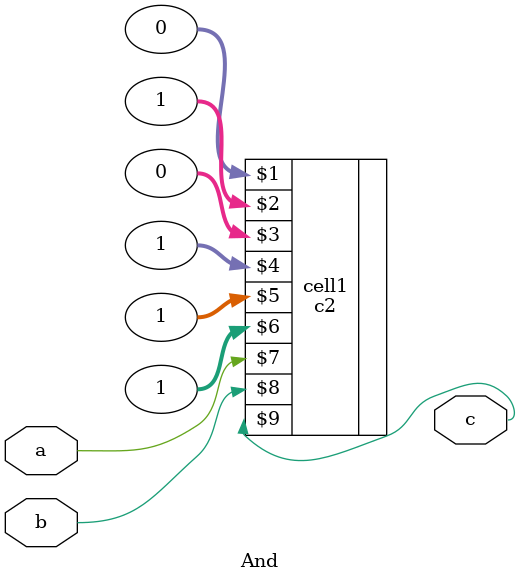
<source format=v>
module And (input a , b , output c );
  c2 cell1 (0,1,0,1,1,1,a ,b,c);
endmodule

</source>
